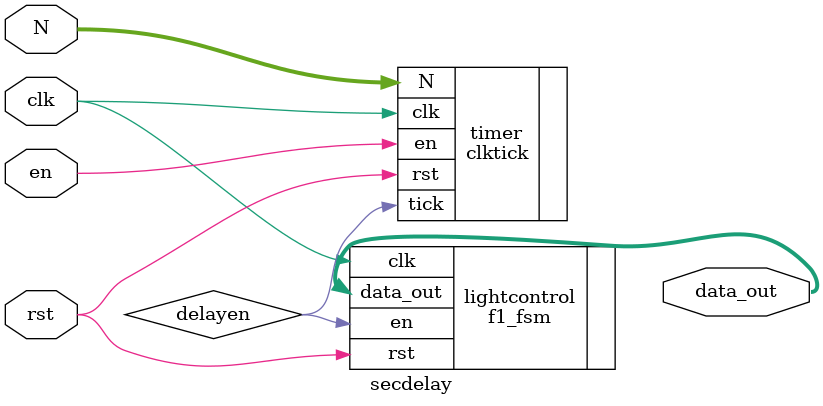
<source format=sv>
module secdelay #(
    parameter D_WIDTH = 8,
              N_WIDTH = 16
)(    input  logic             clk,      // clock 
    input  logic             rst,      // reset
    input  logic             en,       // enable signal
    input  logic [N_WIDTH-1:0] N,     	 // clock divided by N+1
    output logic [D_WIDTH-1:0] data_out
);

    logic delayen;

clktick timer (
    .clk (clk),
    .rst (rst),
    .en (en),
    .N (N),
    .tick (delayen)
);

f1_fsm lightcontrol (
    .clk (clk),
    .rst (rst),
    .en (delayen),
    .data_out(data_out)
);
endmodule

</source>
